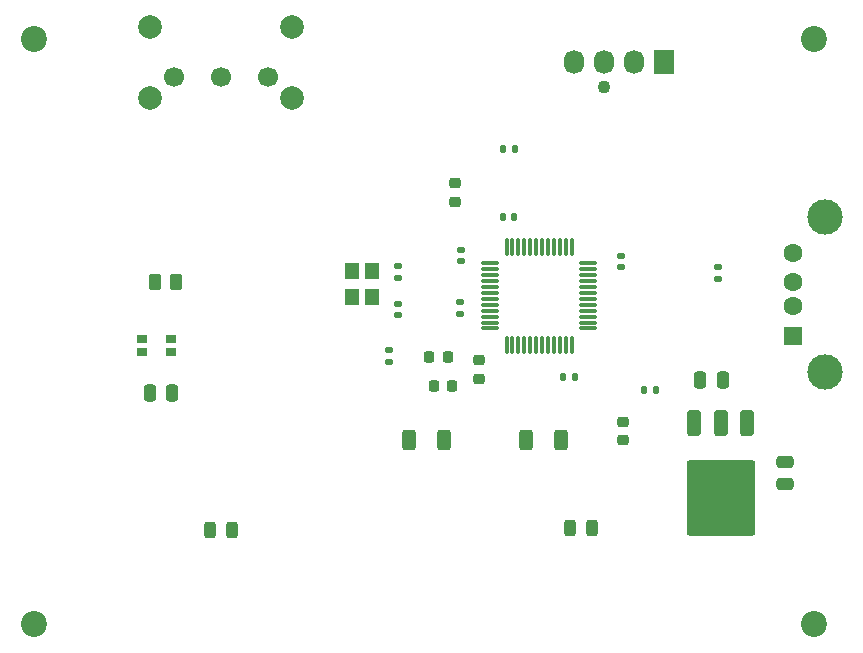
<source format=gbr>
%TF.GenerationSoftware,KiCad,Pcbnew,7.0.10*%
%TF.CreationDate,2024-01-12T17:51:54+01:00*%
%TF.ProjectId,LightDudu4Lila,4c696768-7444-4756-9475-344c696c612e,rev?*%
%TF.SameCoordinates,Original*%
%TF.FileFunction,Soldermask,Top*%
%TF.FilePolarity,Negative*%
%FSLAX46Y46*%
G04 Gerber Fmt 4.6, Leading zero omitted, Abs format (unit mm)*
G04 Created by KiCad (PCBNEW 7.0.10) date 2024-01-12 17:51:54*
%MOMM*%
%LPD*%
G01*
G04 APERTURE LIST*
G04 Aperture macros list*
%AMRoundRect*
0 Rectangle with rounded corners*
0 $1 Rounding radius*
0 $2 $3 $4 $5 $6 $7 $8 $9 X,Y pos of 4 corners*
0 Add a 4 corners polygon primitive as box body*
4,1,4,$2,$3,$4,$5,$6,$7,$8,$9,$2,$3,0*
0 Add four circle primitives for the rounded corners*
1,1,$1+$1,$2,$3*
1,1,$1+$1,$4,$5*
1,1,$1+$1,$6,$7*
1,1,$1+$1,$8,$9*
0 Add four rect primitives between the rounded corners*
20,1,$1+$1,$2,$3,$4,$5,0*
20,1,$1+$1,$4,$5,$6,$7,0*
20,1,$1+$1,$6,$7,$8,$9,0*
20,1,$1+$1,$8,$9,$2,$3,0*%
G04 Aperture macros list end*
%ADD10RoundRect,0.140000X0.140000X0.170000X-0.140000X0.170000X-0.140000X-0.170000X0.140000X-0.170000X0*%
%ADD11RoundRect,0.250000X-0.250000X-0.475000X0.250000X-0.475000X0.250000X0.475000X-0.250000X0.475000X0*%
%ADD12RoundRect,0.225000X0.225000X0.250000X-0.225000X0.250000X-0.225000X-0.250000X0.225000X-0.250000X0*%
%ADD13C,2.000000*%
%ADD14C,1.700000*%
%ADD15RoundRect,0.250000X-0.312500X-0.625000X0.312500X-0.625000X0.312500X0.625000X-0.312500X0.625000X0*%
%ADD16R,1.500000X1.600000*%
%ADD17C,1.600000*%
%ADD18C,3.000000*%
%ADD19RoundRect,0.140000X0.170000X-0.140000X0.170000X0.140000X-0.170000X0.140000X-0.170000X-0.140000X0*%
%ADD20RoundRect,0.250000X0.312500X0.625000X-0.312500X0.625000X-0.312500X-0.625000X0.312500X-0.625000X0*%
%ADD21C,2.200000*%
%ADD22RoundRect,0.140000X-0.140000X-0.170000X0.140000X-0.170000X0.140000X0.170000X-0.140000X0.170000X0*%
%ADD23RoundRect,0.250000X-0.350000X0.850000X-0.350000X-0.850000X0.350000X-0.850000X0.350000X0.850000X0*%
%ADD24RoundRect,0.249997X-2.650003X2.950003X-2.650003X-2.950003X2.650003X-2.950003X2.650003X2.950003X0*%
%ADD25RoundRect,0.250000X0.262500X0.450000X-0.262500X0.450000X-0.262500X-0.450000X0.262500X-0.450000X0*%
%ADD26RoundRect,0.218750X-0.256250X0.218750X-0.256250X-0.218750X0.256250X-0.218750X0.256250X0.218750X0*%
%ADD27C,1.100000*%
%ADD28R,1.730000X2.030000*%
%ADD29O,1.730000X2.030000*%
%ADD30RoundRect,0.250000X0.475000X-0.250000X0.475000X0.250000X-0.475000X0.250000X-0.475000X-0.250000X0*%
%ADD31RoundRect,0.140000X-0.170000X0.140000X-0.170000X-0.140000X0.170000X-0.140000X0.170000X0.140000X0*%
%ADD32RoundRect,0.243750X-0.243750X-0.456250X0.243750X-0.456250X0.243750X0.456250X-0.243750X0.456250X0*%
%ADD33RoundRect,0.250000X0.250000X0.475000X-0.250000X0.475000X-0.250000X-0.475000X0.250000X-0.475000X0*%
%ADD34RoundRect,0.135000X0.135000X0.185000X-0.135000X0.185000X-0.135000X-0.185000X0.135000X-0.185000X0*%
%ADD35RoundRect,0.135000X-0.185000X0.135000X-0.185000X-0.135000X0.185000X-0.135000X0.185000X0.135000X0*%
%ADD36RoundRect,0.135000X-0.135000X-0.185000X0.135000X-0.185000X0.135000X0.185000X-0.135000X0.185000X0*%
%ADD37R,1.200000X1.400000*%
%ADD38R,0.900000X0.700000*%
%ADD39RoundRect,0.225000X0.250000X-0.225000X0.250000X0.225000X-0.250000X0.225000X-0.250000X-0.225000X0*%
%ADD40RoundRect,0.075000X-0.662500X-0.075000X0.662500X-0.075000X0.662500X0.075000X-0.662500X0.075000X0*%
%ADD41RoundRect,0.075000X-0.075000X-0.662500X0.075000X-0.662500X0.075000X0.662500X-0.075000X0.662500X0*%
G04 APERTURE END LIST*
D10*
%TO.C,C1*%
X109319000Y-85725000D03*
X108359000Y-85725000D03*
%TD*%
D11*
%TO.C,C13*%
X119954000Y-85979000D03*
X121854000Y-85979000D03*
%TD*%
D12*
%TO.C,C8*%
X98946000Y-86487000D03*
X97396000Y-86487000D03*
%TD*%
D13*
%TO.C,SW1*%
X85375000Y-62075000D03*
X85375000Y-56075000D03*
X73375000Y-62075000D03*
X73375000Y-56075000D03*
D14*
X83375000Y-60325000D03*
X79375000Y-60325000D03*
X75375000Y-60325000D03*
%TD*%
D15*
%TO.C,R6*%
X105217500Y-91059000D03*
X108142500Y-91059000D03*
%TD*%
D16*
%TO.C,J1*%
X127762000Y-82224000D03*
D17*
X127762000Y-79724000D03*
X127762000Y-77724000D03*
X127762000Y-75224000D03*
D18*
X130472000Y-85294000D03*
X130472000Y-72154000D03*
%TD*%
D19*
%TO.C,C6*%
X99568000Y-80363000D03*
X99568000Y-79403000D03*
%TD*%
D20*
%TO.C,R5*%
X98236500Y-91059000D03*
X95311500Y-91059000D03*
%TD*%
D21*
%TO.C,H3*%
X129540000Y-106680000D03*
%TD*%
D22*
%TO.C,C4*%
X103253000Y-72161400D03*
X104213000Y-72161400D03*
%TD*%
D19*
%TO.C,C3*%
X99669000Y-75918000D03*
X99669000Y-74958000D03*
%TD*%
D23*
%TO.C,U3*%
X123946000Y-89653000D03*
X121666000Y-89653000D03*
D24*
X121666000Y-95953000D03*
D23*
X119386000Y-89653000D03*
%TD*%
D25*
%TO.C,R4*%
X75588500Y-77724000D03*
X73763500Y-77724000D03*
%TD*%
D26*
%TO.C,D1*%
X113411000Y-89509500D03*
X113411000Y-91084500D03*
%TD*%
D27*
%TO.C,J2*%
X111760000Y-61215000D03*
D28*
X116840000Y-59055000D03*
D29*
X114300000Y-59055000D03*
X111760000Y-59055000D03*
X109220000Y-59055000D03*
%TD*%
D21*
%TO.C,H1*%
X63500000Y-57150000D03*
%TD*%
D30*
%TO.C,C12*%
X127127000Y-94803000D03*
X127127000Y-92903000D03*
%TD*%
D31*
%TO.C,C11*%
X94361000Y-79530000D03*
X94361000Y-80490000D03*
%TD*%
D21*
%TO.C,H2*%
X129540000Y-57150000D03*
%TD*%
D19*
%TO.C,C10*%
X94361000Y-77315000D03*
X94361000Y-76355000D03*
%TD*%
D32*
%TO.C,D2*%
X78437500Y-98679000D03*
X80312500Y-98679000D03*
%TD*%
D33*
%TO.C,C14*%
X75245000Y-87122000D03*
X73345000Y-87122000D03*
%TD*%
D31*
%TO.C,C2*%
X113258000Y-75466000D03*
X113258000Y-76426000D03*
%TD*%
D21*
%TO.C,H4*%
X63500000Y-106680000D03*
%TD*%
D32*
%TO.C,D3*%
X108917500Y-98552000D03*
X110792500Y-98552000D03*
%TD*%
D34*
%TO.C,R3*%
X116209000Y-86868000D03*
X115189000Y-86868000D03*
%TD*%
D35*
%TO.C,R2*%
X121412000Y-76452000D03*
X121412000Y-77472000D03*
%TD*%
D36*
%TO.C,R1*%
X103249000Y-66421000D03*
X104269000Y-66421000D03*
%TD*%
D37*
%TO.C,X1*%
X90463000Y-76751000D03*
X90463000Y-78951000D03*
X92163000Y-78951000D03*
X92163000Y-76751000D03*
%TD*%
D12*
%TO.C,C7*%
X98565000Y-84074000D03*
X97015000Y-84074000D03*
%TD*%
D38*
%TO.C,IC1*%
X75164000Y-82508000D03*
X75164000Y-83608000D03*
X72664000Y-82508000D03*
X72664000Y-83608000D03*
%TD*%
D31*
%TO.C,C9*%
X93599000Y-83467000D03*
X93599000Y-84427000D03*
%TD*%
D39*
%TO.C,C5*%
X99161000Y-70879000D03*
X99161000Y-69329000D03*
%TD*%
D40*
%TO.C,U2*%
X102136500Y-76117000D03*
X102136500Y-76617000D03*
X102136500Y-77117000D03*
X102136500Y-77617000D03*
X102136500Y-78117000D03*
X102136500Y-78617000D03*
X102136500Y-79117000D03*
X102136500Y-79617000D03*
X102136500Y-80117000D03*
X102136500Y-80617000D03*
X102136500Y-81117000D03*
X102136500Y-81617000D03*
D41*
X103549000Y-83029500D03*
X104049000Y-83029500D03*
X104549000Y-83029500D03*
X105049000Y-83029500D03*
X105549000Y-83029500D03*
X106049000Y-83029500D03*
X106549000Y-83029500D03*
X107049000Y-83029500D03*
X107549000Y-83029500D03*
X108049000Y-83029500D03*
X108549000Y-83029500D03*
X109049000Y-83029500D03*
D40*
X110461500Y-81617000D03*
X110461500Y-81117000D03*
X110461500Y-80617000D03*
X110461500Y-80117000D03*
X110461500Y-79617000D03*
X110461500Y-79117000D03*
X110461500Y-78617000D03*
X110461500Y-78117000D03*
X110461500Y-77617000D03*
X110461500Y-77117000D03*
X110461500Y-76617000D03*
X110461500Y-76117000D03*
D41*
X109049000Y-74704500D03*
X108549000Y-74704500D03*
X108049000Y-74704500D03*
X107549000Y-74704500D03*
X107049000Y-74704500D03*
X106549000Y-74704500D03*
X106049000Y-74704500D03*
X105549000Y-74704500D03*
X105049000Y-74704500D03*
X104549000Y-74704500D03*
X104049000Y-74704500D03*
X103549000Y-74704500D03*
%TD*%
D26*
%TO.C,FB1*%
X101219000Y-84302500D03*
X101219000Y-85877500D03*
%TD*%
M02*

</source>
